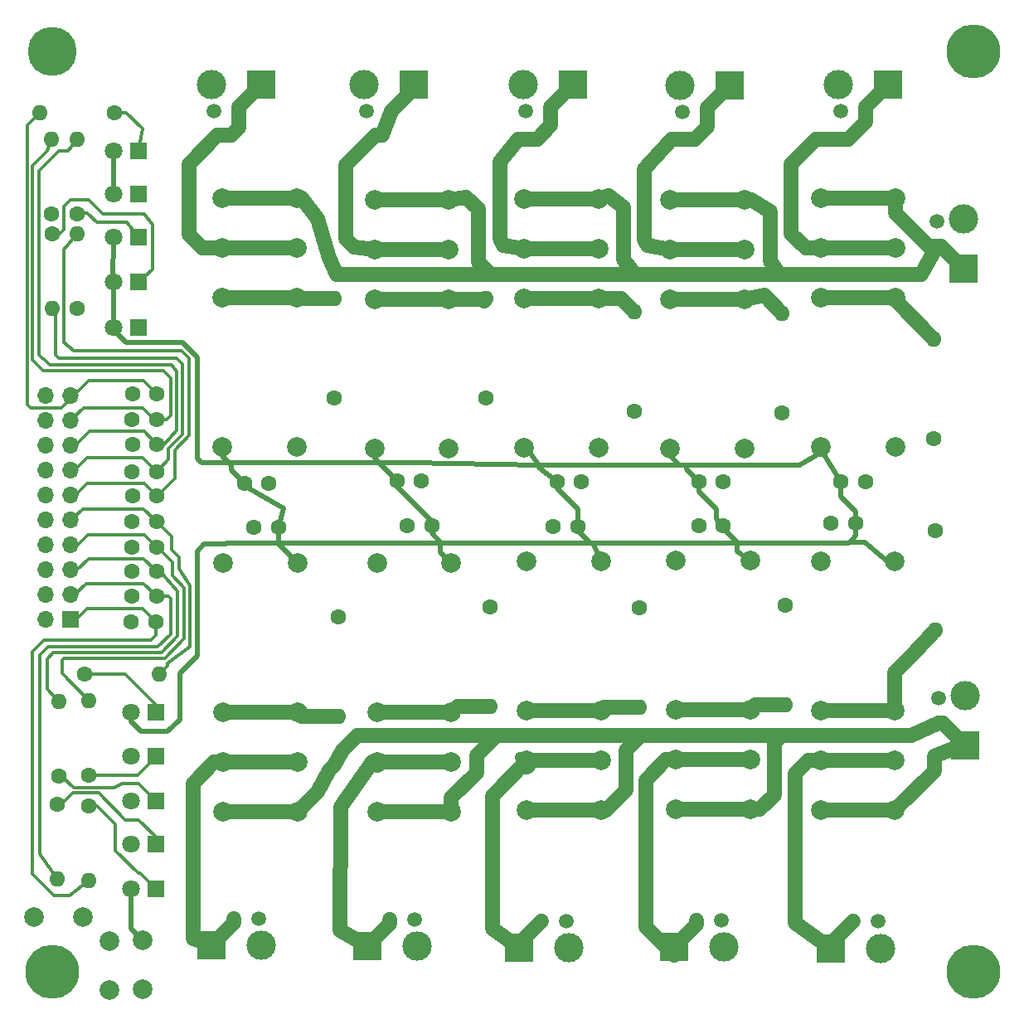
<source format=gbr>
G04 #@! TF.FileFunction,Copper,L2,Bot,Signal*
%FSLAX46Y46*%
G04 Gerber Fmt 4.6, Leading zero omitted, Abs format (unit mm)*
G04 Created by KiCad (PCBNEW 4.0.7) date 04/15/19 23:19:37*
%MOMM*%
%LPD*%
G01*
G04 APERTURE LIST*
%ADD10C,0.100000*%
%ADD11C,2.000000*%
%ADD12C,1.600000*%
%ADD13O,1.600000X1.600000*%
%ADD14R,1.800000X1.800000*%
%ADD15C,1.800000*%
%ADD16C,5.500000*%
%ADD17R,1.700000X1.700000*%
%ADD18O,1.700000X1.700000*%
%ADD19C,5.000000*%
%ADD20C,1.500000*%
%ADD21R,3.000000X3.000000*%
%ADD22C,3.000000*%
%ADD23C,0.350000*%
%ADD24C,0.500000*%
%ADD25C,1.500000*%
%ADD26C,2.000000*%
%ADD27C,1.000000*%
G04 APERTURE END LIST*
D10*
D11*
X70300000Y-93400000D03*
X70300000Y-78160000D03*
X70300000Y-68000000D03*
X70300000Y-73080000D03*
X77900000Y-93400000D03*
X77900000Y-73080000D03*
X77900000Y-78160000D03*
X77900000Y-68000000D03*
D12*
X53479700Y-129921000D03*
D13*
X53479700Y-137541000D03*
D12*
X75100000Y-97160000D03*
X72600000Y-97160000D03*
X63535560Y-111257080D03*
X61035560Y-111257080D03*
D14*
X63538100Y-129552700D03*
D15*
X60998100Y-129552700D03*
D12*
X52946300Y-71691500D03*
D13*
X52946300Y-79311500D03*
D14*
X63538100Y-138582400D03*
D15*
X60998100Y-138582400D03*
D14*
X63538100Y-133997700D03*
D15*
X60998100Y-133997700D03*
D12*
X132500000Y-101250000D03*
X135000000Y-101250000D03*
X119000000Y-101500000D03*
X121500000Y-101500000D03*
X104125000Y-101525000D03*
X106625000Y-101525000D03*
X89200000Y-101500000D03*
X91700000Y-101500000D03*
X73550000Y-101600000D03*
X76050000Y-101600000D03*
X90678000Y-96901000D03*
X88178000Y-96901000D03*
X107000000Y-97000000D03*
X104500000Y-97000000D03*
X121500000Y-97000000D03*
X119000000Y-97000000D03*
X136000000Y-97000000D03*
X133500000Y-97000000D03*
X59334400Y-59283600D03*
D13*
X51714400Y-59283600D03*
D16*
X147000000Y-53000000D03*
X53000000Y-147000000D03*
D12*
X52920900Y-69596000D03*
D13*
X52920900Y-61976000D03*
D14*
X63538100Y-125031500D03*
D15*
X60998100Y-125031500D03*
D14*
X63512700Y-120535700D03*
D15*
X60972700Y-120535700D03*
D14*
X61800000Y-81200000D03*
D15*
X59260000Y-81200000D03*
D14*
X61800000Y-76600000D03*
D15*
X59260000Y-76600000D03*
D14*
X61800000Y-72000000D03*
D15*
X59260000Y-72000000D03*
D12*
X56667400Y-130048000D03*
D13*
X56667400Y-137668000D03*
D12*
X53644800Y-127025400D03*
D13*
X53644800Y-119405400D03*
D12*
X56730900Y-126949200D03*
D13*
X56730900Y-119329200D03*
D12*
X56273700Y-116624100D03*
D13*
X63893700Y-116624100D03*
D12*
X55525000Y-79325000D03*
D13*
X55525000Y-71705000D03*
D12*
X55475000Y-69625000D03*
D13*
X55475000Y-62005000D03*
D14*
X61800000Y-67600000D03*
D15*
X59260000Y-67600000D03*
D14*
X61800000Y-63200000D03*
D15*
X59260000Y-63200000D03*
D17*
X54864000Y-111061500D03*
D18*
X52324000Y-111061500D03*
X54864000Y-108521500D03*
X52324000Y-108521500D03*
X54864000Y-105981500D03*
X52324000Y-105981500D03*
X54864000Y-103441500D03*
X52324000Y-103441500D03*
X54864000Y-100901500D03*
X52324000Y-100901500D03*
X54864000Y-98361500D03*
X52324000Y-98361500D03*
X54864000Y-95821500D03*
X52324000Y-95821500D03*
X54864000Y-93281500D03*
X52324000Y-93281500D03*
X54864000Y-90741500D03*
X52324000Y-90741500D03*
X54864000Y-88201500D03*
X52324000Y-88201500D03*
D12*
X63652400Y-88011000D03*
X61152400Y-88011000D03*
X63601600Y-90627200D03*
X61101600Y-90627200D03*
X63652400Y-93141800D03*
X61152400Y-93141800D03*
X63601600Y-95935800D03*
X61101600Y-95935800D03*
X63652400Y-98399600D03*
X61152400Y-98399600D03*
X63601600Y-101041200D03*
X61101600Y-101041200D03*
X63627000Y-103632000D03*
X61127000Y-103632000D03*
X63627000Y-106146600D03*
X61127000Y-106146600D03*
X63591440Y-108686600D03*
X61091440Y-108686600D03*
D11*
X58790840Y-148859240D03*
X58790840Y-143859240D03*
X62191900Y-148805900D03*
X62191900Y-143805900D03*
X56121300Y-141401800D03*
X51121300Y-141401800D03*
D16*
X147000000Y-147000000D03*
D11*
X131455000Y-93439000D03*
X131455000Y-78199000D03*
X131455000Y-68039000D03*
X131455000Y-73119000D03*
X139055000Y-93439000D03*
X139055000Y-73119000D03*
X139055000Y-78199000D03*
X139055000Y-68039000D03*
X101165500Y-93502500D03*
X101165500Y-78262500D03*
X101165500Y-68102500D03*
X101165500Y-73182500D03*
X108765500Y-93502500D03*
X108765500Y-73182500D03*
X108765500Y-78262500D03*
X108765500Y-68102500D03*
X85862000Y-93566000D03*
X85862000Y-78326000D03*
X85862000Y-68166000D03*
X85862000Y-73246000D03*
X93462000Y-93566000D03*
X93462000Y-73246000D03*
X93462000Y-78326000D03*
X93462000Y-68166000D03*
X78025000Y-105300000D03*
X78025000Y-120540000D03*
X78025000Y-130700000D03*
X78025000Y-125620000D03*
X70425000Y-105300000D03*
X70425000Y-125620000D03*
X70425000Y-120540000D03*
X70425000Y-130700000D03*
X93725000Y-105300000D03*
X93725000Y-120540000D03*
X93725000Y-130700000D03*
X93725000Y-125620000D03*
X86125000Y-105300000D03*
X86125000Y-125620000D03*
X86125000Y-120540000D03*
X86125000Y-130700000D03*
X124225000Y-105050000D03*
X124225000Y-120290000D03*
X124225000Y-130450000D03*
X124225000Y-125370000D03*
X116625000Y-105050000D03*
X116625000Y-125370000D03*
X116625000Y-120290000D03*
X116625000Y-130450000D03*
X139025000Y-105125000D03*
X139025000Y-120365000D03*
X139025000Y-130525000D03*
X139025000Y-125445000D03*
X131425000Y-105125000D03*
X131425000Y-125445000D03*
X131425000Y-120365000D03*
X131425000Y-130525000D03*
X109025000Y-105125000D03*
X109025000Y-120365000D03*
X109025000Y-130525000D03*
X109025000Y-125445000D03*
X101425000Y-105125000D03*
X101425000Y-125445000D03*
X101425000Y-120365000D03*
X101425000Y-130525000D03*
X116024500Y-93566000D03*
X116024500Y-78326000D03*
X116024500Y-68166000D03*
X116024500Y-73246000D03*
X123624500Y-93566000D03*
X123624500Y-73246000D03*
X123624500Y-78326000D03*
X123624500Y-68166000D03*
D19*
X53000000Y-53000000D03*
D20*
X143474400Y-121615200D03*
X143474400Y-119075200D03*
D21*
X146202400Y-123901200D03*
D22*
X146202400Y-118821200D03*
D20*
X134721600Y-141886900D03*
X137261600Y-141886900D03*
D21*
X132435600Y-144614900D03*
D22*
X137515600Y-144614900D03*
D20*
X118770400Y-141772600D03*
X121310400Y-141772600D03*
D21*
X116484400Y-144500600D03*
D22*
X121564400Y-144500600D03*
D20*
X102946200Y-141874200D03*
X105486200Y-141874200D03*
D21*
X100660200Y-144602200D03*
D22*
X105740200Y-144602200D03*
D20*
X87401400Y-141696400D03*
X89941400Y-141696400D03*
D21*
X85115400Y-144424400D03*
D22*
X90195400Y-144424400D03*
D20*
X71475600Y-141594800D03*
X74015600Y-141594800D03*
D21*
X69189600Y-144322800D03*
D22*
X74269600Y-144322800D03*
D20*
X143322000Y-72898000D03*
X143322000Y-70358000D03*
D21*
X146050000Y-75184000D03*
D22*
X146050000Y-70104000D03*
D12*
X97700000Y-109725000D03*
D13*
X97700000Y-119885000D03*
D12*
X82200000Y-110810000D03*
D13*
X82200000Y-120970000D03*
D12*
X143129000Y-101981000D03*
D13*
X143129000Y-112141000D03*
D12*
X127850000Y-109625000D03*
D13*
X127850000Y-119785000D03*
D12*
X112900000Y-109850000D03*
D13*
X112900000Y-120010000D03*
D20*
X72009000Y-59116000D03*
X69469000Y-59116000D03*
D21*
X74295000Y-56388000D03*
D22*
X69215000Y-56388000D03*
D20*
X87630000Y-59116000D03*
X85090000Y-59116000D03*
D21*
X89916000Y-56388000D03*
D22*
X84836000Y-56388000D03*
D20*
X103886000Y-59116000D03*
X101346000Y-59116000D03*
D21*
X106172000Y-56388000D03*
D22*
X101092000Y-56388000D03*
D20*
X119888000Y-59243000D03*
X117348000Y-59243000D03*
D21*
X122174000Y-56515000D03*
D22*
X117094000Y-56515000D03*
D20*
X136017000Y-59116000D03*
X133477000Y-59116000D03*
D21*
X138303000Y-56388000D03*
D22*
X133223000Y-56388000D03*
D12*
X81788000Y-88392000D03*
D13*
X81788000Y-78232000D03*
D12*
X97282000Y-88392000D03*
D13*
X97282000Y-78232000D03*
D12*
X112395000Y-89789000D03*
D13*
X112395000Y-79629000D03*
D12*
X127508000Y-89916000D03*
D13*
X127508000Y-79756000D03*
D12*
X143002000Y-92583000D03*
D13*
X143002000Y-82423000D03*
D23*
X63535560Y-111257080D02*
X63535560Y-112638840D01*
X63535560Y-112638840D02*
X63017400Y-113157000D01*
X63017400Y-113157000D02*
X52120800Y-113157000D01*
X52120800Y-113157000D02*
X50969002Y-114308798D01*
X50969002Y-114308798D02*
X50969002Y-137024202D01*
X50969002Y-137024202D02*
X53098700Y-139255500D01*
X53098700Y-139255500D02*
X54724300Y-139255500D01*
X54724300Y-139255500D02*
X56667400Y-137668000D01*
X54864000Y-111061500D02*
X55377080Y-111061500D01*
X55377080Y-111061500D02*
X56494680Y-109943900D01*
X56494680Y-109943900D02*
X62222380Y-109943900D01*
X62222380Y-109943900D02*
X63535560Y-111257080D01*
X53479700Y-137541000D02*
X53492400Y-137541000D01*
X63591440Y-108686600D02*
X64795400Y-108686600D01*
X51663600Y-134975600D02*
X53479700Y-137541000D01*
X51663600Y-114681000D02*
X51663600Y-134975600D01*
X52501800Y-113842800D02*
X51663600Y-114681000D01*
X63741300Y-113842800D02*
X52501800Y-113842800D01*
X65036700Y-112547400D02*
X63741300Y-113842800D01*
X65036700Y-108927900D02*
X65036700Y-112547400D01*
X64795400Y-108686600D02*
X65036700Y-108927900D01*
X54864000Y-108521500D02*
X55262780Y-108521500D01*
X55262780Y-108521500D02*
X56410860Y-107373420D01*
X56410860Y-107373420D02*
X62278260Y-107373420D01*
X62278260Y-107373420D02*
X63591440Y-108686600D01*
X63591440Y-108686600D02*
X63982600Y-108686600D01*
X63627000Y-106146600D02*
X63969900Y-106146600D01*
X63969900Y-106146600D02*
X65722500Y-108165900D01*
X52425600Y-118186200D02*
X53644800Y-119405400D01*
X52425600Y-115062000D02*
X52425600Y-118186200D01*
X53073300Y-114414300D02*
X52425600Y-115062000D01*
X64160400Y-114414300D02*
X53073300Y-114414300D01*
X65722500Y-112737900D02*
X64160400Y-114414300D01*
X65722500Y-108165900D02*
X65722500Y-112737900D01*
X54864000Y-105981500D02*
X55511700Y-105981500D01*
X55511700Y-105981500D02*
X56662320Y-104830880D01*
X56662320Y-104830880D02*
X62311280Y-104830880D01*
X62311280Y-104830880D02*
X63627000Y-106146600D01*
X63627000Y-106146600D02*
X64046100Y-106146600D01*
X63627000Y-103632000D02*
X63715900Y-103632000D01*
X63715900Y-103632000D02*
X65239900Y-105156000D01*
X53949600Y-116547900D02*
X56730900Y-119329200D01*
X53949600Y-115163600D02*
X53949600Y-116547900D01*
X54140100Y-114973100D02*
X53949600Y-115163600D01*
X64516000Y-114973100D02*
X54140100Y-114973100D01*
X66400000Y-112966500D02*
X64516000Y-114973100D01*
X66400000Y-107810300D02*
X66400000Y-112966500D01*
X65239900Y-106527600D02*
X66400000Y-107810300D01*
X65239900Y-105156000D02*
X65239900Y-106527600D01*
X54864000Y-103441500D02*
X55592980Y-103441500D01*
X55592980Y-103441500D02*
X56634380Y-102400100D01*
X56634380Y-102400100D02*
X62395100Y-102400100D01*
X62395100Y-102400100D02*
X63627000Y-103632000D01*
X63601600Y-101041200D02*
X63652400Y-101041200D01*
X63652400Y-101041200D02*
X65151000Y-102539800D01*
X64714304Y-115803496D02*
X63893700Y-116624100D01*
X64714304Y-115557300D02*
X64714304Y-115803496D01*
X67000000Y-113799002D02*
X64714304Y-115557300D01*
X67000000Y-107576002D02*
X67000000Y-113799002D01*
X65938400Y-105841800D02*
X67000000Y-107576002D01*
X65938400Y-104711500D02*
X65938400Y-105841800D01*
X65151000Y-103924100D02*
X65938400Y-104711500D01*
X65151000Y-102539800D02*
X65151000Y-103924100D01*
X63601600Y-101041200D02*
X64312800Y-101041200D01*
X54864000Y-100901500D02*
X54919880Y-100901500D01*
X54919880Y-100901500D02*
X56075580Y-99745800D01*
X56075580Y-99745800D02*
X62306200Y-99745800D01*
X62306200Y-99745800D02*
X63601600Y-101041200D01*
X63601600Y-101041200D02*
X64211200Y-101041200D01*
X63652400Y-98399600D02*
X63690500Y-98399600D01*
X63690500Y-98399600D02*
X65468500Y-96621600D01*
X54155600Y-73254400D02*
X55525000Y-71705000D01*
X54155600Y-82741300D02*
X54155600Y-73254400D01*
X55130700Y-83591400D02*
X54155600Y-82741300D01*
X66179700Y-83591400D02*
X55130700Y-83591400D01*
X66941700Y-84353400D02*
X66179700Y-83591400D01*
X66941700Y-92278200D02*
X66941700Y-84353400D01*
X65468500Y-93751400D02*
X66941700Y-92278200D01*
X65468500Y-96621600D02*
X65468500Y-93751400D01*
X63652400Y-98399600D02*
X63804800Y-98399600D01*
X54864000Y-98361500D02*
X55336440Y-98361500D01*
X55336440Y-98361500D02*
X56550560Y-97147380D01*
X56550560Y-97147380D02*
X62400180Y-97147380D01*
X62400180Y-97147380D02*
X63652400Y-98399600D01*
X63652400Y-98399600D02*
X63652400Y-98348800D01*
X63601600Y-95935800D02*
X63627000Y-95935800D01*
X63627000Y-95935800D02*
X64846200Y-94716600D01*
X53301900Y-84010500D02*
X53301900Y-79667100D01*
X53682900Y-84391500D02*
X53301900Y-84010500D01*
X65684400Y-84391500D02*
X53682900Y-84391500D01*
X66255900Y-84963000D02*
X65684400Y-84391500D01*
X66255900Y-92163900D02*
X66255900Y-84963000D01*
X64846200Y-93573600D02*
X66255900Y-92163900D01*
X64846200Y-94716600D02*
X64846200Y-93573600D01*
X53301900Y-79667100D02*
X52946300Y-79311500D01*
X63601600Y-95935800D02*
X63957200Y-95935800D01*
X54864000Y-95821500D02*
X55222140Y-95821500D01*
X55222140Y-95821500D02*
X56522620Y-94521020D01*
X56522620Y-94521020D02*
X62186820Y-94521020D01*
X62186820Y-94521020D02*
X63601600Y-95935800D01*
X52146200Y-84429600D02*
X52019200Y-84429600D01*
X54571900Y-63207900D02*
X55475000Y-62005000D01*
X53606700Y-63207900D02*
X54571900Y-63207900D01*
X51587400Y-65227200D02*
X53606700Y-63207900D01*
X51587400Y-83997800D02*
X51587400Y-65227200D01*
X52019200Y-84429600D02*
X51587400Y-83997800D01*
X63652400Y-93141800D02*
X64389000Y-93141800D01*
X64389000Y-93141800D02*
X65659000Y-91719400D01*
X52730400Y-85013800D02*
X52146200Y-84429600D01*
X65125600Y-85013800D02*
X52730400Y-85013800D01*
X65659000Y-85750400D02*
X65125600Y-85013800D01*
X65659000Y-91719400D02*
X65659000Y-85750400D01*
X54864000Y-93281500D02*
X55331360Y-93281500D01*
X55331360Y-93281500D02*
X56774080Y-91838780D01*
X56774080Y-91838780D02*
X62349380Y-91838780D01*
X62349380Y-91838780D02*
X63652400Y-93141800D01*
D24*
X92614750Y-103155750D02*
X92614750Y-104189750D01*
X92614750Y-104189750D02*
X93725000Y-105300000D01*
X91700000Y-101500000D02*
X91700000Y-102241000D01*
X91700000Y-102241000D02*
X92614750Y-103155750D01*
X92614750Y-103155750D02*
X92709000Y-103250000D01*
X88178000Y-96901000D02*
X88178000Y-97512500D01*
X88178000Y-97512500D02*
X91700000Y-101034500D01*
X91700000Y-101034500D02*
X91700000Y-101500000D01*
X106625000Y-101525000D02*
X106625000Y-101989500D01*
X106625000Y-101989500D02*
X107885500Y-103250000D01*
X106625000Y-101525000D02*
X106625000Y-99767000D01*
X106625000Y-99767000D02*
X104500000Y-97642000D01*
X104500000Y-97642000D02*
X104500000Y-97000000D01*
X106625000Y-101525000D02*
X106625000Y-101625000D01*
X85862000Y-93566000D02*
X85862000Y-94585000D01*
X85862000Y-94585000D02*
X88178000Y-96901000D01*
X71210000Y-95250000D02*
X71210000Y-95770000D01*
X71210000Y-95770000D02*
X72600000Y-97160000D01*
X70300000Y-93400000D02*
X70300000Y-94340000D01*
X70300000Y-94340000D02*
X71210000Y-95250000D01*
X71210000Y-95250000D02*
X70960000Y-95000000D01*
X70030000Y-95000000D02*
X68220000Y-95000000D01*
X67820000Y-92390000D02*
X67750000Y-92390000D01*
X67820000Y-94600000D02*
X67820000Y-92390000D01*
X68220000Y-95000000D02*
X67820000Y-94600000D01*
X76050000Y-101600000D02*
X76050000Y-103325000D01*
X76050000Y-103325000D02*
X78025000Y-105300000D01*
X67750000Y-106025000D02*
X67750000Y-104050000D01*
X70725000Y-103300000D02*
X70725000Y-103250000D01*
X68500000Y-103300000D02*
X70725000Y-103300000D01*
X67750000Y-104050000D02*
X68500000Y-103300000D01*
X133500000Y-97000000D02*
X133500000Y-98500000D01*
X135000000Y-100000000D02*
X135000000Y-101250000D01*
X133500000Y-98500000D02*
X135000000Y-100000000D01*
X119000000Y-97000000D02*
X119000000Y-98000000D01*
X120750000Y-100750000D02*
X121500000Y-101500000D01*
X120750000Y-99750000D02*
X120750000Y-100750000D01*
X119000000Y-98000000D02*
X120750000Y-99750000D01*
X72600000Y-97160000D02*
X72600000Y-97410000D01*
X72600000Y-97410000D02*
X76575000Y-99650000D01*
X76575000Y-99650000D02*
X76050000Y-101600000D01*
X91700000Y-101500000D02*
X91700000Y-102250000D01*
X108250000Y-103250000D02*
X108250000Y-103250000D01*
X108250000Y-103250000D02*
X108250000Y-103450000D01*
X108250000Y-103450000D02*
X109025000Y-105125000D01*
X122875000Y-103125000D02*
X122875000Y-104075000D01*
X122875000Y-104075000D02*
X124225000Y-105050000D01*
X121500000Y-101500000D02*
X121500000Y-101750000D01*
X121500000Y-101750000D02*
X122875000Y-103125000D01*
X122875000Y-103125000D02*
X123000000Y-103250000D01*
X134375000Y-103125000D02*
X135925000Y-103125000D01*
X135925000Y-103125000D02*
X138125000Y-105000000D01*
X60972700Y-120535700D02*
X60972700Y-121472700D01*
X135000000Y-102500000D02*
X135000000Y-101250000D01*
X134375000Y-103125000D02*
X135000000Y-102500000D01*
X134250000Y-103250000D02*
X134375000Y-103125000D01*
X70725000Y-103250000D02*
X80250000Y-103250000D01*
X80250000Y-103250000D02*
X92709000Y-103250000D01*
X92709000Y-103250000D02*
X94500000Y-103250000D01*
X94500000Y-103250000D02*
X107885500Y-103250000D01*
X107885500Y-103250000D02*
X108250000Y-103250000D01*
X108250000Y-103250000D02*
X123000000Y-103250000D01*
X123000000Y-103250000D02*
X134250000Y-103250000D01*
X67750000Y-114750000D02*
X67750000Y-106025000D01*
X66000000Y-116500000D02*
X67750000Y-114750000D01*
X66000000Y-121250000D02*
X66000000Y-116500000D01*
X64750000Y-122500000D02*
X66000000Y-121250000D01*
X62000000Y-122500000D02*
X64750000Y-122500000D01*
X60972700Y-121472700D02*
X62000000Y-122500000D01*
X70850000Y-93950000D02*
X70300000Y-93400000D01*
X89500000Y-95000000D02*
X89500000Y-95000000D01*
X102686500Y-95254000D02*
X101715500Y-94052500D01*
X101715500Y-94052500D02*
X101165500Y-93502500D01*
X102686500Y-95254000D02*
X102686500Y-95254000D01*
X102686500Y-95254000D02*
X102686500Y-95504000D01*
X102686500Y-95504000D02*
X104500000Y-97000000D01*
X116024500Y-93566000D02*
X116024500Y-94266000D01*
X116024500Y-94266000D02*
X116936500Y-95254000D01*
X117750000Y-95254000D02*
X117750000Y-95750000D01*
X117750000Y-95750000D02*
X119000000Y-97000000D01*
X131455000Y-93439000D02*
X131455000Y-93639000D01*
X131455000Y-93639000D02*
X133500000Y-97000000D01*
X59260000Y-81200000D02*
X59260000Y-81510000D01*
X59260000Y-81510000D02*
X60500000Y-82750000D01*
X60500000Y-82750000D02*
X66250000Y-82750000D01*
X66250000Y-82750000D02*
X67750000Y-84250000D01*
X67750000Y-84250000D02*
X67750000Y-92390000D01*
X129250000Y-95254000D02*
X131455000Y-93989000D01*
X70030000Y-95000000D02*
X70960000Y-95000000D01*
X70960000Y-95000000D02*
X75000000Y-95000000D01*
X75000000Y-95000000D02*
X89500000Y-95000000D01*
X89500000Y-95000000D02*
X102686500Y-95254000D01*
X102686500Y-95254000D02*
X116936500Y-95254000D01*
X116936500Y-95254000D02*
X117750000Y-95254000D01*
X117750000Y-95254000D02*
X129250000Y-95254000D01*
X131455000Y-93989000D02*
X131455000Y-93439000D01*
X60998100Y-138582400D02*
X60998100Y-142612100D01*
X60998100Y-142612100D02*
X62191900Y-143805900D01*
X59260000Y-76600000D02*
X59260000Y-81200000D01*
X59260000Y-72000000D02*
X59183800Y-76523800D01*
X59183800Y-76523800D02*
X59260000Y-76600000D01*
X59254920Y-71994920D02*
X59260000Y-72000000D01*
X59260000Y-67600000D02*
X59204120Y-63255880D01*
X59204120Y-63255880D02*
X59260000Y-63200000D01*
X59260000Y-63113640D02*
X59260000Y-63200000D01*
D23*
X59310800Y-71949200D02*
X59260000Y-72000000D01*
D24*
X61035560Y-111257080D02*
X61020960Y-111257080D01*
D23*
X59326040Y-67640640D02*
X59219360Y-67640640D01*
X56667400Y-130048000D02*
X57505600Y-130048000D01*
X61912500Y-136956800D02*
X63538100Y-138582400D01*
X61734700Y-136956800D02*
X61912500Y-136956800D01*
X59436000Y-134658100D02*
X61734700Y-136956800D01*
X59436000Y-131978400D02*
X59436000Y-134658100D01*
X57505600Y-130048000D02*
X59436000Y-131978400D01*
X53479700Y-129921000D02*
X53886100Y-129921000D01*
X53886100Y-129921000D02*
X55041800Y-128765300D01*
X55041800Y-128765300D02*
X57696100Y-128765300D01*
X57696100Y-128765300D02*
X60426600Y-131495800D01*
X60426600Y-131495800D02*
X61798200Y-131495800D01*
X61798200Y-131495800D02*
X63538100Y-133235700D01*
X63538100Y-133235700D02*
X63538100Y-133997700D01*
X53644800Y-127025400D02*
X53924200Y-127025400D01*
X53924200Y-127025400D02*
X55194200Y-128206500D01*
X55194200Y-128206500D02*
X59296300Y-128206500D01*
X59296300Y-128206500D02*
X60071000Y-127800100D01*
X60071000Y-127800100D02*
X61785500Y-127800100D01*
X61785500Y-127800100D02*
X63538100Y-129552700D01*
X56730900Y-126949200D02*
X61683900Y-126949200D01*
X61683900Y-126949200D02*
X63538100Y-125095000D01*
X63538100Y-125095000D02*
X63538100Y-125031500D01*
X56273700Y-116624100D02*
X60401200Y-116624100D01*
X60401200Y-116624100D02*
X63512700Y-119735600D01*
X63512700Y-119735600D02*
X63512700Y-120535700D01*
X52946300Y-71691500D02*
X53721000Y-71691500D01*
X53721000Y-71691500D02*
X54178200Y-71234300D01*
X63232598Y-75332682D02*
X61800000Y-76600000D01*
X63232598Y-70735098D02*
X63232598Y-75332682D01*
X62357000Y-69659500D02*
X63232598Y-70735098D01*
X58153300Y-69659500D02*
X62357000Y-69659500D01*
X56705500Y-68211700D02*
X58153300Y-69659500D01*
X54825900Y-68211700D02*
X56705500Y-68211700D01*
X54178200Y-68859400D02*
X54825900Y-68211700D01*
X54178200Y-71234300D02*
X54178200Y-68859400D01*
X55475000Y-69625000D02*
X56540400Y-69545200D01*
X60568840Y-70510400D02*
X61800000Y-72000000D01*
X57505600Y-70510400D02*
X60568840Y-70510400D01*
X56540400Y-69545200D02*
X57505600Y-70510400D01*
X61800000Y-72000000D02*
X62485800Y-72000000D01*
X54864000Y-88201500D02*
X54864000Y-88493600D01*
X54864000Y-88493600D02*
X53898800Y-89458800D01*
X53898800Y-89458800D02*
X50774600Y-89458800D01*
X50774600Y-89458800D02*
X50419000Y-89103200D01*
X50419000Y-89103200D02*
X50419000Y-60579000D01*
X50419000Y-60579000D02*
X51714400Y-59283600D01*
X54864000Y-88201500D02*
X54810660Y-88201500D01*
X54864000Y-88201500D02*
X55130700Y-88201500D01*
X55130700Y-88201500D02*
X56690260Y-86641940D01*
X62283340Y-86641940D02*
X63652400Y-88011000D01*
X56690260Y-86641940D02*
X62283340Y-86641940D01*
X52920900Y-61976000D02*
X52438300Y-63233300D01*
X64643000Y-90627200D02*
X65074800Y-90195400D01*
X65074800Y-90195400D02*
X65074800Y-86410800D01*
X65074800Y-86410800D02*
X64287400Y-85623400D01*
X64287400Y-85623400D02*
X52019200Y-85623400D01*
X52019200Y-85623400D02*
X50969002Y-84573202D01*
X50969002Y-84573202D02*
X50969002Y-64702598D01*
X50969002Y-64702598D02*
X52438300Y-63233300D01*
X64643000Y-90627200D02*
X63601600Y-90627200D01*
X63601600Y-90627200D02*
X63385700Y-90627200D01*
X63385700Y-90627200D02*
X62194440Y-89435940D01*
X56169560Y-89435940D02*
X54864000Y-90741500D01*
X62194440Y-89435940D02*
X56169560Y-89435940D01*
X61800000Y-67600000D02*
X62018440Y-67600000D01*
X59334400Y-59283600D02*
X60528200Y-59283600D01*
X62194440Y-60949840D02*
X61800000Y-63200000D01*
X60528200Y-59283600D02*
X62194440Y-60949840D01*
X61916840Y-63200000D02*
X61800000Y-63200000D01*
D25*
X98375000Y-122850000D02*
X84147300Y-122850000D01*
X80086200Y-128638800D02*
X78025000Y-130700000D01*
X81254600Y-126403100D02*
X80086200Y-128638800D01*
X81711800Y-125945900D02*
X81254600Y-126403100D01*
X82600800Y-124434600D02*
X81711800Y-125945900D01*
X84147300Y-122850000D02*
X82600800Y-124434600D01*
X93725000Y-130700000D02*
X93725000Y-129275000D01*
X93725000Y-129275000D02*
X96275000Y-126725000D01*
X96275000Y-126725000D02*
X96275000Y-124950000D01*
X96275000Y-124950000D02*
X98375000Y-122850000D01*
X98375000Y-122850000D02*
X98005000Y-122850000D01*
X98005000Y-122850000D02*
X113100000Y-122850000D01*
X109025000Y-130525000D02*
X109500000Y-130525000D01*
X109500000Y-130525000D02*
X111575000Y-128450000D01*
X111575000Y-128450000D02*
X111575000Y-124375000D01*
X111575000Y-124375000D02*
X113100000Y-122850000D01*
X113100000Y-122850000D02*
X127500000Y-122850000D01*
X124225000Y-130450000D02*
X125225000Y-130450000D01*
X125225000Y-130450000D02*
X126675000Y-129000000D01*
X140645000Y-122850000D02*
X143474400Y-121615200D01*
X127500000Y-122850000D02*
X140645000Y-122850000D01*
X126675000Y-123675000D02*
X127500000Y-122850000D01*
X126675000Y-129000000D02*
X126675000Y-123675000D01*
X143474400Y-121615200D02*
X143916400Y-121615200D01*
X143916400Y-121615200D02*
X146202400Y-123901200D01*
X146202400Y-123901200D02*
X145718400Y-123901200D01*
X145718400Y-123901200D02*
X143050000Y-124975000D01*
X143050000Y-124975000D02*
X143050000Y-126500000D01*
X143050000Y-126500000D02*
X139025000Y-130525000D01*
X78025000Y-130700000D02*
X70425000Y-130700000D01*
X93725000Y-130700000D02*
X86125000Y-130700000D01*
X101425000Y-130525000D02*
X109025000Y-130525000D01*
X124225000Y-130450000D02*
X116625000Y-130450000D01*
X139025000Y-130525000D02*
X131425000Y-130525000D01*
X131425000Y-125445000D02*
X139025000Y-125445000D01*
X131425000Y-125445000D02*
X130205000Y-125445000D01*
X128850000Y-141984000D02*
X132435600Y-144614900D01*
X128850000Y-126800000D02*
X128850000Y-141984000D01*
X130205000Y-125445000D02*
X128850000Y-126800000D01*
X132435600Y-144614900D02*
X132435600Y-144172900D01*
X132435600Y-144172900D02*
X134721600Y-141886900D01*
X118770400Y-141772600D02*
X118770400Y-142214600D01*
X118770400Y-142214600D02*
X116484400Y-144500600D01*
X116625000Y-125370000D02*
X124225000Y-125370000D01*
X116625000Y-125370000D02*
X115655000Y-125370000D01*
X115655000Y-125370000D02*
X113600000Y-127425000D01*
X113600000Y-127425000D02*
X113600000Y-142484000D01*
X113600000Y-142484000D02*
X116464000Y-145348000D01*
X101425000Y-125445000D02*
X109025000Y-125445000D01*
X100660200Y-144602200D02*
X100660200Y-144160200D01*
X100660200Y-144160200D02*
X102946200Y-141874200D01*
X101425000Y-125445000D02*
X101425000Y-125550000D01*
X101425000Y-125550000D02*
X97950000Y-129025000D01*
X97950000Y-142584000D02*
X100660200Y-144602200D01*
X97950000Y-129025000D02*
X97950000Y-142584000D01*
D26*
X101425000Y-125445000D02*
X101425000Y-125875000D01*
D27*
X100714000Y-125198000D02*
X100714000Y-125098800D01*
D25*
X86125000Y-125620000D02*
X93725000Y-125620000D01*
X87401400Y-141696400D02*
X87401400Y-142138400D01*
X87401400Y-142138400D02*
X85115400Y-144424400D01*
X86125000Y-125620000D02*
X85605000Y-125620000D01*
X85605000Y-125620000D02*
X82397600Y-130187700D01*
X82375000Y-142759000D02*
X85115400Y-144424400D01*
X82397600Y-130187700D02*
X82375000Y-142759000D01*
D26*
X86125000Y-125620000D02*
X86125000Y-125700000D01*
D27*
X86314000Y-125273000D02*
X86682160Y-125273000D01*
D26*
X84951400Y-144260400D02*
X85115400Y-144424400D01*
D25*
X70425000Y-125620000D02*
X78025000Y-125620000D01*
X71475600Y-141594800D02*
X71475600Y-142036800D01*
X71475600Y-142036800D02*
X69189600Y-144322800D01*
X70425000Y-125620000D02*
X69505000Y-125620000D01*
X69505000Y-125620000D02*
X67325000Y-127800000D01*
X67325000Y-127800000D02*
X67325000Y-143659000D01*
X67325000Y-143659000D02*
X69189600Y-144322800D01*
X143322000Y-72898000D02*
X143764000Y-72898000D01*
X143764000Y-72898000D02*
X146050000Y-75184000D01*
X143322000Y-72898000D02*
X142430500Y-72898000D01*
X139055000Y-69522500D02*
X139055000Y-68039000D01*
X142430500Y-72898000D02*
X139055000Y-69522500D01*
X77900000Y-68000000D02*
X78414000Y-68000000D01*
X78414000Y-68000000D02*
X80048100Y-70154800D01*
X81978500Y-75819000D02*
X97726500Y-75819000D01*
X81216500Y-74155300D02*
X81978500Y-75819000D01*
X80048100Y-70154800D02*
X81216500Y-74155300D01*
X93462000Y-68166000D02*
X95217000Y-67912000D01*
X97726500Y-75819000D02*
X112458500Y-75819000D01*
X96456500Y-74549000D02*
X97726500Y-75819000D01*
X96456500Y-69151500D02*
X96456500Y-74549000D01*
X95217000Y-67912000D02*
X96456500Y-69151500D01*
X108765500Y-68102500D02*
X109758500Y-67785000D01*
X109758500Y-67785000D02*
X111264700Y-68922900D01*
X111264700Y-68922900D02*
X111264700Y-74256900D01*
X111264700Y-74256900D02*
X112458500Y-75819000D01*
X112458500Y-75819000D02*
X127254000Y-75819000D01*
X123624500Y-68166000D02*
X124363500Y-68166000D01*
X124363500Y-68166000D02*
X126288800Y-69405500D01*
X126288800Y-69405500D02*
X126288800Y-74485500D01*
X126288800Y-74485500D02*
X127254000Y-75819000D01*
X141671000Y-75819000D02*
X143322000Y-72898000D01*
X127254000Y-75819000D02*
X141671000Y-75819000D01*
X139055000Y-68039000D02*
X139055000Y-68570000D01*
X131455000Y-68039000D02*
X139055000Y-68039000D01*
X116024500Y-68166000D02*
X123624500Y-68166000D01*
X101165500Y-68102500D02*
X108765500Y-68102500D01*
X85862000Y-68166000D02*
X93462000Y-68166000D01*
X70300000Y-68000000D02*
X77900000Y-68000000D01*
X97700000Y-119885000D02*
X94380000Y-119885000D01*
X94380000Y-119885000D02*
X93725000Y-120540000D01*
X93725000Y-120540000D02*
X86125000Y-120540000D01*
X82200000Y-120970000D02*
X78455000Y-120970000D01*
X78455000Y-120970000D02*
X78025000Y-120540000D01*
X70425000Y-120540000D02*
X78025000Y-120540000D01*
X143129000Y-112141000D02*
X140890000Y-114610000D01*
X139025000Y-116475000D02*
X139025000Y-120365000D01*
X140890000Y-114610000D02*
X139025000Y-116475000D01*
X131425000Y-120365000D02*
X139025000Y-120365000D01*
X127850000Y-119785000D02*
X124730000Y-119785000D01*
X124730000Y-119785000D02*
X124225000Y-120290000D01*
X116625000Y-120290000D02*
X124225000Y-120290000D01*
X112900000Y-120010000D02*
X109380000Y-120010000D01*
X109380000Y-120010000D02*
X109025000Y-120365000D01*
X101425000Y-120365000D02*
X109025000Y-120365000D01*
X77900000Y-73080000D02*
X70300000Y-73080000D01*
X72009000Y-59116000D02*
X72009000Y-58674000D01*
X72009000Y-58674000D02*
X74295000Y-56388000D01*
X70300000Y-73080000D02*
X68254000Y-73080000D01*
X72009000Y-60833000D02*
X72009000Y-59116000D01*
X71247000Y-61595000D02*
X72009000Y-60833000D01*
X69850000Y-61595000D02*
X71247000Y-61595000D01*
X66929000Y-64516000D02*
X69850000Y-61595000D01*
X66929000Y-71755000D02*
X66929000Y-64516000D01*
X68254000Y-73080000D02*
X66929000Y-71755000D01*
X93462000Y-73246000D02*
X85862000Y-73246000D01*
X89916000Y-56388000D02*
X89916000Y-56830000D01*
X89916000Y-56830000D02*
X87630000Y-59116000D01*
X85862000Y-73246000D02*
X83787000Y-72992000D01*
X86664800Y-61589920D02*
X87630000Y-59116000D01*
X85979000Y-61595000D02*
X86664800Y-61589920D01*
X82931000Y-64643000D02*
X85979000Y-61595000D01*
X82931000Y-72136000D02*
X82931000Y-64643000D01*
X83787000Y-72992000D02*
X82931000Y-72136000D01*
X108765500Y-73182500D02*
X101165500Y-73182500D01*
X103886000Y-59116000D02*
X103886000Y-58674000D01*
X103886000Y-58674000D02*
X106172000Y-56388000D01*
X101165500Y-73182500D02*
X99027000Y-72865000D01*
X103886000Y-60579000D02*
X103886000Y-59116000D01*
X102489000Y-61976000D02*
X103886000Y-60579000D01*
X100584000Y-61976000D02*
X102489000Y-61976000D01*
X98679000Y-64262000D02*
X100584000Y-61976000D01*
X98679000Y-72136000D02*
X98679000Y-64262000D01*
X99027000Y-72865000D02*
X98679000Y-72136000D01*
X123624500Y-73246000D02*
X116024500Y-73246000D01*
X119888000Y-59243000D02*
X119888000Y-58801000D01*
X119888000Y-58801000D02*
X122174000Y-56515000D01*
X116024500Y-73246000D02*
X113759000Y-72865000D01*
X119888000Y-60706000D02*
X119888000Y-59243000D01*
X118618000Y-61976000D02*
X119888000Y-60706000D01*
X116205000Y-61976000D02*
X118618000Y-61976000D01*
X113411000Y-65024000D02*
X116205000Y-61976000D01*
X113411000Y-72263000D02*
X113411000Y-65024000D01*
X113759000Y-72865000D02*
X113411000Y-72263000D01*
X139055000Y-73119000D02*
X131455000Y-73119000D01*
X136017000Y-59116000D02*
X136017000Y-58674000D01*
X136017000Y-58674000D02*
X138303000Y-56388000D01*
X131455000Y-73119000D02*
X129888000Y-73119000D01*
X136017000Y-60198000D02*
X136017000Y-59116000D01*
X134239000Y-61976000D02*
X136017000Y-60198000D01*
X130937000Y-61976000D02*
X134239000Y-61976000D01*
X128397000Y-64516000D02*
X130937000Y-61976000D01*
X128397000Y-71628000D02*
X128397000Y-64516000D01*
X129888000Y-73119000D02*
X128397000Y-71628000D01*
X81788000Y-78232000D02*
X77972000Y-78232000D01*
X77972000Y-78232000D02*
X77900000Y-78160000D01*
X70300000Y-78160000D02*
X77900000Y-78160000D01*
X93462000Y-78326000D02*
X96901000Y-78359000D01*
X96901000Y-78359000D02*
X97061000Y-78519000D01*
X85862000Y-78326000D02*
X93462000Y-78326000D01*
X108765500Y-78262500D02*
X111028500Y-78262500D01*
X111028500Y-78262500D02*
X112395000Y-79629000D01*
X101165500Y-78262500D02*
X108765500Y-78262500D01*
X123624500Y-78326000D02*
X125697000Y-77945000D01*
X125697000Y-77945000D02*
X127508000Y-79756000D01*
X116024500Y-78326000D02*
X123624500Y-78326000D01*
X139055000Y-78199000D02*
X139055000Y-78476000D01*
X139055000Y-78476000D02*
X143002000Y-82423000D01*
X131455000Y-78199000D02*
X139055000Y-78199000D01*
M02*

</source>
